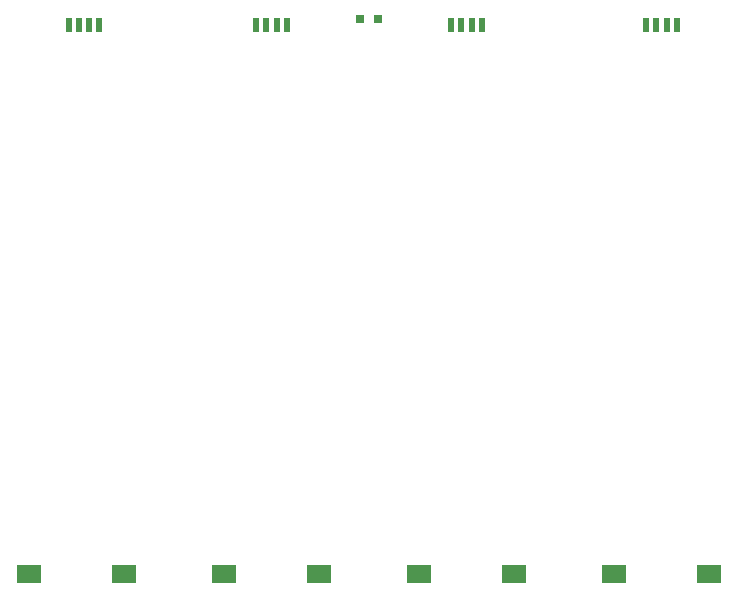
<source format=gbr>
G04 EAGLE Gerber RS-274X export*
G75*
%MOMM*%
%FSLAX34Y34*%
%LPD*%
%INSolderpaste Bottom*%
%IPPOS*%
%AMOC8*
5,1,8,0,0,1.08239X$1,22.5*%
G01*
%ADD10R,2.000000X1.500000*%
%ADD11R,0.500000X1.250000*%
%ADD12R,0.800000X0.800000*%


D10*
X192400Y38100D03*
X112400Y38100D03*
X357500Y38100D03*
X277500Y38100D03*
X522600Y38100D03*
X442600Y38100D03*
X687700Y38100D03*
X607700Y38100D03*
D11*
X145750Y502800D03*
X154250Y502800D03*
X163250Y502800D03*
X171750Y502800D03*
X304500Y502800D03*
X313000Y502800D03*
X322000Y502800D03*
X330500Y502800D03*
X469600Y502800D03*
X478100Y502800D03*
X487100Y502800D03*
X495600Y502800D03*
X634700Y502800D03*
X643200Y502800D03*
X652200Y502800D03*
X660700Y502800D03*
D12*
X407550Y508000D03*
X392550Y508000D03*
M02*

</source>
